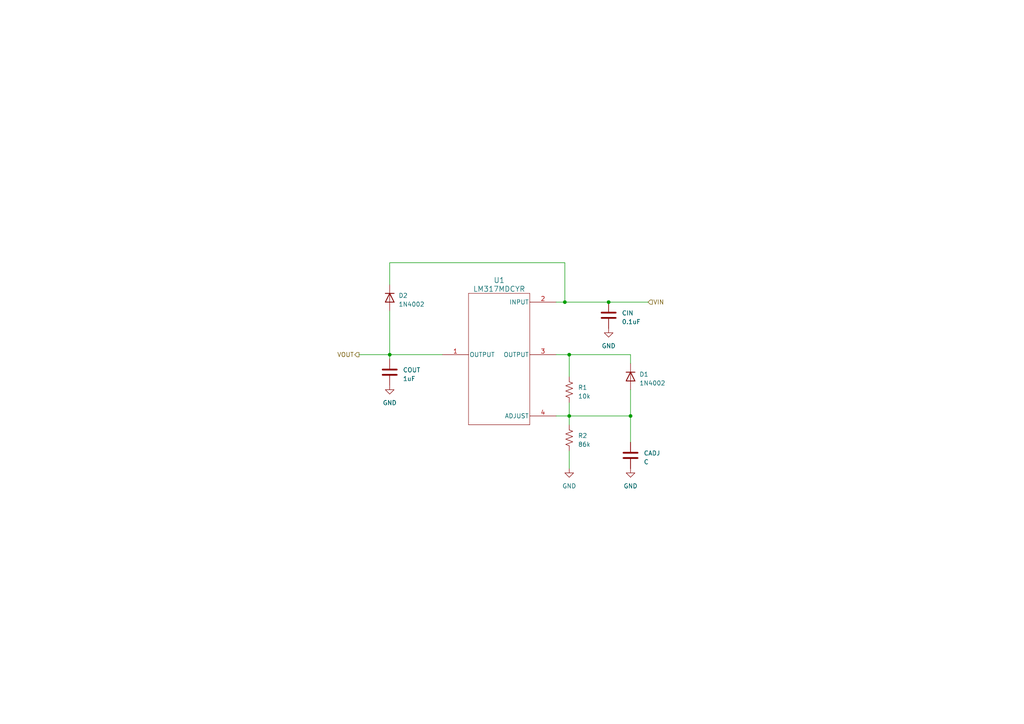
<source format=kicad_sch>
(kicad_sch (version 20230121) (generator eeschema)

  (uuid 37885a27-0530-49a3-9bbe-7c9919a563cc)

  (paper "A4")

  (title_block
    (title "ldo")
    (date "2023-11-07")
    (rev "v1")
    (company "Waterloo Rocketry")
  )

  (lib_symbols
    (symbol "Device:C" (pin_numbers hide) (pin_names (offset 0.254)) (in_bom yes) (on_board yes)
      (property "Reference" "C" (at 0.635 2.54 0)
        (effects (font (size 1.27 1.27)) (justify left))
      )
      (property "Value" "C" (at 0.635 -2.54 0)
        (effects (font (size 1.27 1.27)) (justify left))
      )
      (property "Footprint" "" (at 0.9652 -3.81 0)
        (effects (font (size 1.27 1.27)) hide)
      )
      (property "Datasheet" "~" (at 0 0 0)
        (effects (font (size 1.27 1.27)) hide)
      )
      (property "ki_keywords" "cap capacitor" (at 0 0 0)
        (effects (font (size 1.27 1.27)) hide)
      )
      (property "ki_description" "Unpolarized capacitor" (at 0 0 0)
        (effects (font (size 1.27 1.27)) hide)
      )
      (property "ki_fp_filters" "C_*" (at 0 0 0)
        (effects (font (size 1.27 1.27)) hide)
      )
      (symbol "C_0_1"
        (polyline
          (pts
            (xy -2.032 -0.762)
            (xy 2.032 -0.762)
          )
          (stroke (width 0.508) (type default))
          (fill (type none))
        )
        (polyline
          (pts
            (xy -2.032 0.762)
            (xy 2.032 0.762)
          )
          (stroke (width 0.508) (type default))
          (fill (type none))
        )
      )
      (symbol "C_1_1"
        (pin passive line (at 0 3.81 270) (length 2.794)
          (name "~" (effects (font (size 1.27 1.27))))
          (number "1" (effects (font (size 1.27 1.27))))
        )
        (pin passive line (at 0 -3.81 90) (length 2.794)
          (name "~" (effects (font (size 1.27 1.27))))
          (number "2" (effects (font (size 1.27 1.27))))
        )
      )
    )
    (symbol "Device:R_US" (pin_numbers hide) (pin_names (offset 0)) (in_bom yes) (on_board yes)
      (property "Reference" "R" (at 2.54 0 90)
        (effects (font (size 1.27 1.27)))
      )
      (property "Value" "R_US" (at -2.54 0 90)
        (effects (font (size 1.27 1.27)))
      )
      (property "Footprint" "" (at 1.016 -0.254 90)
        (effects (font (size 1.27 1.27)) hide)
      )
      (property "Datasheet" "~" (at 0 0 0)
        (effects (font (size 1.27 1.27)) hide)
      )
      (property "ki_keywords" "R res resistor" (at 0 0 0)
        (effects (font (size 1.27 1.27)) hide)
      )
      (property "ki_description" "Resistor, US symbol" (at 0 0 0)
        (effects (font (size 1.27 1.27)) hide)
      )
      (property "ki_fp_filters" "R_*" (at 0 0 0)
        (effects (font (size 1.27 1.27)) hide)
      )
      (symbol "R_US_0_1"
        (polyline
          (pts
            (xy 0 -2.286)
            (xy 0 -2.54)
          )
          (stroke (width 0) (type default))
          (fill (type none))
        )
        (polyline
          (pts
            (xy 0 2.286)
            (xy 0 2.54)
          )
          (stroke (width 0) (type default))
          (fill (type none))
        )
        (polyline
          (pts
            (xy 0 -0.762)
            (xy 1.016 -1.143)
            (xy 0 -1.524)
            (xy -1.016 -1.905)
            (xy 0 -2.286)
          )
          (stroke (width 0) (type default))
          (fill (type none))
        )
        (polyline
          (pts
            (xy 0 0.762)
            (xy 1.016 0.381)
            (xy 0 0)
            (xy -1.016 -0.381)
            (xy 0 -0.762)
          )
          (stroke (width 0) (type default))
          (fill (type none))
        )
        (polyline
          (pts
            (xy 0 2.286)
            (xy 1.016 1.905)
            (xy 0 1.524)
            (xy -1.016 1.143)
            (xy 0 0.762)
          )
          (stroke (width 0) (type default))
          (fill (type none))
        )
      )
      (symbol "R_US_1_1"
        (pin passive line (at 0 3.81 270) (length 1.27)
          (name "~" (effects (font (size 1.27 1.27))))
          (number "1" (effects (font (size 1.27 1.27))))
        )
        (pin passive line (at 0 -3.81 90) (length 1.27)
          (name "~" (effects (font (size 1.27 1.27))))
          (number "2" (effects (font (size 1.27 1.27))))
        )
      )
    )
    (symbol "Diode:1N4002" (pin_numbers hide) (pin_names hide) (in_bom yes) (on_board yes)
      (property "Reference" "D" (at 0 2.54 0)
        (effects (font (size 1.27 1.27)))
      )
      (property "Value" "1N4002" (at 0 -2.54 0)
        (effects (font (size 1.27 1.27)))
      )
      (property "Footprint" "Diode_THT:D_DO-41_SOD81_P10.16mm_Horizontal" (at 0 -4.445 0)
        (effects (font (size 1.27 1.27)) hide)
      )
      (property "Datasheet" "http://www.vishay.com/docs/88503/1n4001.pdf" (at 0 0 0)
        (effects (font (size 1.27 1.27)) hide)
      )
      (property "Sim.Device" "D" (at 0 0 0)
        (effects (font (size 1.27 1.27)) hide)
      )
      (property "Sim.Pins" "1=K 2=A" (at 0 0 0)
        (effects (font (size 1.27 1.27)) hide)
      )
      (property "ki_keywords" "diode" (at 0 0 0)
        (effects (font (size 1.27 1.27)) hide)
      )
      (property "ki_description" "100V 1A General Purpose Rectifier Diode, DO-41" (at 0 0 0)
        (effects (font (size 1.27 1.27)) hide)
      )
      (property "ki_fp_filters" "D*DO?41*" (at 0 0 0)
        (effects (font (size 1.27 1.27)) hide)
      )
      (symbol "1N4002_0_1"
        (polyline
          (pts
            (xy -1.27 1.27)
            (xy -1.27 -1.27)
          )
          (stroke (width 0.254) (type default))
          (fill (type none))
        )
        (polyline
          (pts
            (xy 1.27 0)
            (xy -1.27 0)
          )
          (stroke (width 0) (type default))
          (fill (type none))
        )
        (polyline
          (pts
            (xy 1.27 1.27)
            (xy 1.27 -1.27)
            (xy -1.27 0)
            (xy 1.27 1.27)
          )
          (stroke (width 0.254) (type default))
          (fill (type none))
        )
      )
      (symbol "1N4002_1_1"
        (pin passive line (at -3.81 0 0) (length 2.54)
          (name "K" (effects (font (size 1.27 1.27))))
          (number "1" (effects (font (size 1.27 1.27))))
        )
        (pin passive line (at 3.81 0 180) (length 2.54)
          (name "A" (effects (font (size 1.27 1.27))))
          (number "2" (effects (font (size 1.27 1.27))))
        )
      )
    )
    (symbol "LDO:LM317MDCYR" (pin_names (offset 0.254)) (in_bom yes) (on_board yes)
      (property "Reference" "U" (at 1.27 19.05 0)
        (effects (font (size 1.524 1.524)))
      )
      (property "Value" "LM317MDCYR" (at 1.27 16.51 0)
        (effects (font (size 1.524 1.524)))
      )
      (property "Footprint" "DCY4" (at 12.7 22.86 0)
        (effects (font (size 1.27 1.27) italic) hide)
      )
      (property "Datasheet" "LM317MDCYR" (at 12.7 25.4 0)
        (effects (font (size 1.27 1.27) italic) hide)
      )
      (property "ki_locked" "" (at 0 0 0)
        (effects (font (size 1.27 1.27)))
      )
      (property "ki_keywords" "LM317MDCYR" (at 0 0 0)
        (effects (font (size 1.27 1.27)) hide)
      )
      (property "ki_fp_filters" "DCY4" (at 0 0 0)
        (effects (font (size 1.27 1.27)) hide)
      )
      (symbol "LM317MDCYR_0_1"
        (polyline
          (pts
            (xy -7.62 -22.86)
            (xy 10.16 -22.86)
          )
          (stroke (width 0.127) (type default))
          (fill (type none))
        )
        (polyline
          (pts
            (xy -7.62 15.24)
            (xy -7.62 -22.86)
          )
          (stroke (width 0.127) (type default))
          (fill (type none))
        )
        (polyline
          (pts
            (xy 10.16 -22.86)
            (xy 10.16 15.24)
          )
          (stroke (width 0.127) (type default))
          (fill (type none))
        )
        (polyline
          (pts
            (xy 10.16 15.24)
            (xy -7.62 15.24)
          )
          (stroke (width 0.127) (type default))
          (fill (type none))
        )
        (pin output line (at -15.24 -2.54 0) (length 7.62)
          (name "OUTPUT" (effects (font (size 1.27 1.27))))
          (number "1" (effects (font (size 1.27 1.27))))
        )
        (pin input line (at 17.78 12.7 180) (length 7.62)
          (name "INPUT" (effects (font (size 1.27 1.27))))
          (number "2" (effects (font (size 1.27 1.27))))
        )
        (pin output line (at 17.78 -2.54 180) (length 7.62)
          (name "OUTPUT" (effects (font (size 1.27 1.27))))
          (number "3" (effects (font (size 1.27 1.27))))
        )
        (pin unspecified line (at 17.78 -20.32 180) (length 7.62)
          (name "ADJUST" (effects (font (size 1.27 1.27))))
          (number "4" (effects (font (size 1.27 1.27))))
        )
      )
    )
    (symbol "power:GND" (power) (pin_names (offset 0)) (in_bom yes) (on_board yes)
      (property "Reference" "#PWR" (at 0 -6.35 0)
        (effects (font (size 1.27 1.27)) hide)
      )
      (property "Value" "GND" (at 0 -3.81 0)
        (effects (font (size 1.27 1.27)))
      )
      (property "Footprint" "" (at 0 0 0)
        (effects (font (size 1.27 1.27)) hide)
      )
      (property "Datasheet" "" (at 0 0 0)
        (effects (font (size 1.27 1.27)) hide)
      )
      (property "ki_keywords" "global power" (at 0 0 0)
        (effects (font (size 1.27 1.27)) hide)
      )
      (property "ki_description" "Power symbol creates a global label with name \"GND\" , ground" (at 0 0 0)
        (effects (font (size 1.27 1.27)) hide)
      )
      (symbol "GND_0_1"
        (polyline
          (pts
            (xy 0 0)
            (xy 0 -1.27)
            (xy 1.27 -1.27)
            (xy 0 -2.54)
            (xy -1.27 -1.27)
            (xy 0 -1.27)
          )
          (stroke (width 0) (type default))
          (fill (type none))
        )
      )
      (symbol "GND_1_1"
        (pin power_in line (at 0 0 270) (length 0) hide
          (name "GND" (effects (font (size 1.27 1.27))))
          (number "1" (effects (font (size 1.27 1.27))))
        )
      )
    )
  )

  (junction (at 165.1 120.65) (diameter 0) (color 0 0 0 0)
    (uuid 194e5c1e-26a1-4b1f-99ac-d98c5e1b46d2)
  )
  (junction (at 163.83 87.63) (diameter 0) (color 0 0 0 0)
    (uuid 73725486-244d-4ff7-b543-5541739cf26a)
  )
  (junction (at 165.1 102.87) (diameter 0) (color 0 0 0 0)
    (uuid 86043a71-6a83-4a2d-a986-2a77d466a131)
  )
  (junction (at 113.03 102.87) (diameter 0) (color 0 0 0 0)
    (uuid a8330e2f-af22-4d13-b5f2-adbb7938c15f)
  )
  (junction (at 182.88 120.65) (diameter 0) (color 0 0 0 0)
    (uuid e9e63f5e-af39-4e6c-9c17-dba8dca4b426)
  )
  (junction (at 176.53 87.63) (diameter 0) (color 0 0 0 0)
    (uuid f39f941d-e4b6-40dc-8746-cf7320afc5d6)
  )

  (wire (pts (xy 182.88 105.41) (xy 182.88 102.87))
    (stroke (width 0) (type default))
    (uuid 028de59d-1cf0-4771-9fa0-f540f6e84bd0)
  )
  (wire (pts (xy 182.88 120.65) (xy 182.88 128.27))
    (stroke (width 0) (type default))
    (uuid 0b6769e5-1a9b-49a0-92fa-64338fd5e1e5)
  )
  (wire (pts (xy 161.29 120.65) (xy 165.1 120.65))
    (stroke (width 0) (type default))
    (uuid 0c3f4029-7455-4334-8fb4-8cfd6d846396)
  )
  (wire (pts (xy 113.03 82.55) (xy 113.03 76.2))
    (stroke (width 0) (type default))
    (uuid 1e44ec6a-e964-4f64-870c-3b146471104b)
  )
  (wire (pts (xy 163.83 76.2) (xy 163.83 87.63))
    (stroke (width 0) (type default))
    (uuid 33b9f962-a4cf-496b-93c0-c7ea2e1c6d0a)
  )
  (wire (pts (xy 161.29 87.63) (xy 163.83 87.63))
    (stroke (width 0) (type default))
    (uuid 41a759c5-9437-45b4-bb26-854203822128)
  )
  (wire (pts (xy 176.53 87.63) (xy 187.96 87.63))
    (stroke (width 0) (type default))
    (uuid 6dfce6e5-59bd-4656-a26d-c972f084abb2)
  )
  (wire (pts (xy 165.1 102.87) (xy 165.1 109.22))
    (stroke (width 0) (type default))
    (uuid 76f832b6-7d70-4597-bfa7-fc597729ee32)
  )
  (wire (pts (xy 113.03 102.87) (xy 113.03 104.14))
    (stroke (width 0) (type default))
    (uuid 846a68bb-87a8-4f84-8baa-7da9c06fcccd)
  )
  (wire (pts (xy 161.29 102.87) (xy 165.1 102.87))
    (stroke (width 0) (type default))
    (uuid 93bd5769-e547-4739-a11c-3f1c828e7c2c)
  )
  (wire (pts (xy 163.83 87.63) (xy 176.53 87.63))
    (stroke (width 0) (type default))
    (uuid 99c3998e-3f6f-4139-9e72-cb143ae90296)
  )
  (wire (pts (xy 113.03 76.2) (xy 163.83 76.2))
    (stroke (width 0) (type default))
    (uuid a5f11db3-eb9c-484d-9c5e-99027a15584b)
  )
  (wire (pts (xy 113.03 90.17) (xy 113.03 102.87))
    (stroke (width 0) (type default))
    (uuid bc86cf12-80d8-447b-bc69-3b93c4ba3605)
  )
  (wire (pts (xy 182.88 102.87) (xy 165.1 102.87))
    (stroke (width 0) (type default))
    (uuid c2e27ffa-7e75-4ee8-bcf3-1ae821dd1dc9)
  )
  (wire (pts (xy 165.1 120.65) (xy 182.88 120.65))
    (stroke (width 0) (type default))
    (uuid cb8cbef8-adb2-4bd6-913d-629197207071)
  )
  (wire (pts (xy 182.88 113.03) (xy 182.88 120.65))
    (stroke (width 0) (type default))
    (uuid d9e35ba1-86b7-494f-8444-5f4414f6955b)
  )
  (wire (pts (xy 128.27 102.87) (xy 113.03 102.87))
    (stroke (width 0) (type default))
    (uuid de1a3b26-2f5c-4a91-a4c0-fb9962476d40)
  )
  (wire (pts (xy 165.1 116.84) (xy 165.1 120.65))
    (stroke (width 0) (type default))
    (uuid ea2acc33-a76f-45a8-bd2d-b555a580cd0b)
  )
  (wire (pts (xy 165.1 130.81) (xy 165.1 135.89))
    (stroke (width 0) (type default))
    (uuid f6e4c4da-0014-4b22-bd65-5185badd329d)
  )
  (wire (pts (xy 165.1 120.65) (xy 165.1 123.19))
    (stroke (width 0) (type default))
    (uuid fe546822-623a-44a2-87d3-d670d9b07c6f)
  )
  (wire (pts (xy 104.14 102.87) (xy 113.03 102.87))
    (stroke (width 0) (type default))
    (uuid ff2a031a-9eb8-4c84-b8fe-8941be796930)
  )

  (hierarchical_label "VOUT" (shape output) (at 104.14 102.87 180) (fields_autoplaced)
    (effects (font (size 1.27 1.27)) (justify right))
    (uuid 1ef377ca-83e5-48b6-8ddc-d00ed6ac937c)
  )
  (hierarchical_label "VIN" (shape input) (at 187.96 87.63 0) (fields_autoplaced)
    (effects (font (size 1.27 1.27)) (justify left))
    (uuid 50030c06-e5bb-40c3-aea0-220ffadd5c5a)
  )

  (symbol (lib_id "Diode:1N4002") (at 113.03 86.36 270) (unit 1)
    (in_bom yes) (on_board yes) (dnp no) (fields_autoplaced)
    (uuid 0ca353b7-67e1-4f33-be19-1beee4a15128)
    (property "Reference" "D2" (at 115.57 85.725 90)
      (effects (font (size 1.27 1.27)) (justify left))
    )
    (property "Value" "1N4002" (at 115.57 88.265 90)
      (effects (font (size 1.27 1.27)) (justify left))
    )
    (property "Footprint" "Diode_THT:D_DO-41_SOD81_P10.16mm_Horizontal" (at 108.585 86.36 0)
      (effects (font (size 1.27 1.27)) hide)
    )
    (property "Datasheet" "http://www.vishay.com/docs/88503/1n4001.pdf" (at 113.03 86.36 0)
      (effects (font (size 1.27 1.27)) hide)
    )
    (property "Sim.Device" "D" (at 113.03 86.36 0)
      (effects (font (size 1.27 1.27)) hide)
    )
    (property "Sim.Pins" "1=K 2=A" (at 113.03 86.36 0)
      (effects (font (size 1.27 1.27)) hide)
    )
    (pin "1" (uuid 199f1192-b115-41f3-a90d-84dceab1b120))
    (pin "2" (uuid 0b3e2ccd-4b6d-4700-bb8b-3ea0954f083d))
    (instances
      (project "ldo_new"
        (path "/37885a27-0530-49a3-9bbe-7c9919a563cc"
          (reference "D2") (unit 1)
        )
      )
    )
  )

  (symbol (lib_id "Device:C") (at 113.03 107.95 0) (unit 1)
    (in_bom yes) (on_board yes) (dnp no) (fields_autoplaced)
    (uuid 0f60a88a-5d75-4562-baf8-e27860014ba8)
    (property "Reference" "COUT" (at 116.84 107.315 0)
      (effects (font (size 1.27 1.27)) (justify left))
    )
    (property "Value" "1uF" (at 116.84 109.855 0)
      (effects (font (size 1.27 1.27)) (justify left))
    )
    (property "Footprint" "" (at 113.9952 111.76 0)
      (effects (font (size 1.27 1.27)) hide)
    )
    (property "Datasheet" "~" (at 113.03 107.95 0)
      (effects (font (size 1.27 1.27)) hide)
    )
    (pin "1" (uuid 13c39944-2329-4407-b693-154a5be3c0ac))
    (pin "2" (uuid f7cc19b1-87ce-4a13-94e5-fb0adc2b3040))
    (instances
      (project "ldo_new"
        (path "/37885a27-0530-49a3-9bbe-7c9919a563cc"
          (reference "COUT") (unit 1)
        )
      )
    )
  )

  (symbol (lib_id "power:GND") (at 165.1 135.89 0) (unit 1)
    (in_bom yes) (on_board yes) (dnp no) (fields_autoplaced)
    (uuid 425c1c32-5be1-4f87-ab50-94b1850ad870)
    (property "Reference" "#PWR04" (at 165.1 142.24 0)
      (effects (font (size 1.27 1.27)) hide)
    )
    (property "Value" "GND" (at 165.1 140.97 0)
      (effects (font (size 1.27 1.27)))
    )
    (property "Footprint" "" (at 165.1 135.89 0)
      (effects (font (size 1.27 1.27)) hide)
    )
    (property "Datasheet" "" (at 165.1 135.89 0)
      (effects (font (size 1.27 1.27)) hide)
    )
    (pin "1" (uuid d38e495e-630a-4e7a-a34a-63877a5bf50c))
    (instances
      (project "ldo_new"
        (path "/37885a27-0530-49a3-9bbe-7c9919a563cc"
          (reference "#PWR04") (unit 1)
        )
      )
    )
  )

  (symbol (lib_id "Diode:1N4002") (at 182.88 109.22 270) (unit 1)
    (in_bom yes) (on_board yes) (dnp no) (fields_autoplaced)
    (uuid 46b7f90e-ef27-46c8-bf29-10d54bbf2c09)
    (property "Reference" "D1" (at 185.42 108.585 90)
      (effects (font (size 1.27 1.27)) (justify left))
    )
    (property "Value" "1N4002" (at 185.42 111.125 90)
      (effects (font (size 1.27 1.27)) (justify left))
    )
    (property "Footprint" "Diode_THT:D_DO-41_SOD81_P10.16mm_Horizontal" (at 178.435 109.22 0)
      (effects (font (size 1.27 1.27)) hide)
    )
    (property "Datasheet" "http://www.vishay.com/docs/88503/1n4001.pdf" (at 182.88 109.22 0)
      (effects (font (size 1.27 1.27)) hide)
    )
    (property "Sim.Device" "D" (at 182.88 109.22 0)
      (effects (font (size 1.27 1.27)) hide)
    )
    (property "Sim.Pins" "1=K 2=A" (at 182.88 109.22 0)
      (effects (font (size 1.27 1.27)) hide)
    )
    (pin "1" (uuid 6110eaee-8932-4cee-884f-612093f617ec))
    (pin "2" (uuid bd20a9b5-47aa-4e14-8ae1-6359d4a1b89b))
    (instances
      (project "ldo_new"
        (path "/37885a27-0530-49a3-9bbe-7c9919a563cc"
          (reference "D1") (unit 1)
        )
      )
    )
  )

  (symbol (lib_id "power:GND") (at 113.03 111.76 0) (unit 1)
    (in_bom yes) (on_board yes) (dnp no) (fields_autoplaced)
    (uuid 55ffcd28-8787-40e3-8b45-de93c789a9c9)
    (property "Reference" "#PWR01" (at 113.03 118.11 0)
      (effects (font (size 1.27 1.27)) hide)
    )
    (property "Value" "GND" (at 113.03 116.84 0)
      (effects (font (size 1.27 1.27)))
    )
    (property "Footprint" "" (at 113.03 111.76 0)
      (effects (font (size 1.27 1.27)) hide)
    )
    (property "Datasheet" "" (at 113.03 111.76 0)
      (effects (font (size 1.27 1.27)) hide)
    )
    (pin "1" (uuid 56010a03-58b5-40a2-9b38-90ed383fb895))
    (instances
      (project "ldo_new"
        (path "/37885a27-0530-49a3-9bbe-7c9919a563cc"
          (reference "#PWR01") (unit 1)
        )
      )
    )
  )

  (symbol (lib_id "Device:R_US") (at 165.1 113.03 0) (unit 1)
    (in_bom yes) (on_board yes) (dnp no) (fields_autoplaced)
    (uuid 57cc4cf0-77b6-409a-9523-2d32f4603a71)
    (property "Reference" "R1" (at 167.64 112.395 0)
      (effects (font (size 1.27 1.27)) (justify left))
    )
    (property "Value" "10k" (at 167.64 114.935 0)
      (effects (font (size 1.27 1.27)) (justify left))
    )
    (property "Footprint" "" (at 166.116 113.284 90)
      (effects (font (size 1.27 1.27)) hide)
    )
    (property "Datasheet" "~" (at 165.1 113.03 0)
      (effects (font (size 1.27 1.27)) hide)
    )
    (pin "1" (uuid d53d3364-f1e8-4a1e-9c9a-eae518e3efe8))
    (pin "2" (uuid 9031b412-1ce8-4bde-95d2-8cdf81297926))
    (instances
      (project "ldo_new"
        (path "/37885a27-0530-49a3-9bbe-7c9919a563cc"
          (reference "R1") (unit 1)
        )
      )
    )
  )

  (symbol (lib_id "power:GND") (at 182.88 135.89 0) (unit 1)
    (in_bom yes) (on_board yes) (dnp no) (fields_autoplaced)
    (uuid 71076032-c4d5-4fdb-a8ef-aa50a1f324e7)
    (property "Reference" "#PWR03" (at 182.88 142.24 0)
      (effects (font (size 1.27 1.27)) hide)
    )
    (property "Value" "GND" (at 182.88 140.97 0)
      (effects (font (size 1.27 1.27)))
    )
    (property "Footprint" "" (at 182.88 135.89 0)
      (effects (font (size 1.27 1.27)) hide)
    )
    (property "Datasheet" "" (at 182.88 135.89 0)
      (effects (font (size 1.27 1.27)) hide)
    )
    (pin "1" (uuid fa141414-e466-4f30-a9ee-a1f15db32f67))
    (instances
      (project "ldo_new"
        (path "/37885a27-0530-49a3-9bbe-7c9919a563cc"
          (reference "#PWR03") (unit 1)
        )
      )
    )
  )

  (symbol (lib_id "Device:C") (at 176.53 91.44 0) (unit 1)
    (in_bom yes) (on_board yes) (dnp no) (fields_autoplaced)
    (uuid 8708142f-1a6c-4ce5-9b58-af29ec6bc3ef)
    (property "Reference" "CIN" (at 180.34 90.805 0)
      (effects (font (size 1.27 1.27)) (justify left))
    )
    (property "Value" "0.1uF" (at 180.34 93.345 0)
      (effects (font (size 1.27 1.27)) (justify left))
    )
    (property "Footprint" "" (at 177.4952 95.25 0)
      (effects (font (size 1.27 1.27)) hide)
    )
    (property "Datasheet" "~" (at 176.53 91.44 0)
      (effects (font (size 1.27 1.27)) hide)
    )
    (pin "1" (uuid 2b559ef2-3594-407a-85db-81aa76433c71))
    (pin "2" (uuid 3c15fd6e-eef8-4d4f-8ea0-6c0f57d4546d))
    (instances
      (project "ldo_new"
        (path "/37885a27-0530-49a3-9bbe-7c9919a563cc"
          (reference "CIN") (unit 1)
        )
      )
    )
  )

  (symbol (lib_id "Device:R_US") (at 165.1 127 0) (unit 1)
    (in_bom yes) (on_board yes) (dnp no) (fields_autoplaced)
    (uuid 9007e3bc-f088-46c4-a7f7-5c42abf6cb7a)
    (property "Reference" "R2" (at 167.64 126.365 0)
      (effects (font (size 1.27 1.27)) (justify left))
    )
    (property "Value" "86k" (at 167.64 128.905 0)
      (effects (font (size 1.27 1.27)) (justify left))
    )
    (property "Footprint" "" (at 166.116 127.254 90)
      (effects (font (size 1.27 1.27)) hide)
    )
    (property "Datasheet" "~" (at 165.1 127 0)
      (effects (font (size 1.27 1.27)) hide)
    )
    (pin "1" (uuid 8ec92fd3-97f0-4abf-98be-9688effe8546))
    (pin "2" (uuid c71c9ebf-88b5-43bf-bf6d-8803f042f485))
    (instances
      (project "ldo_new"
        (path "/37885a27-0530-49a3-9bbe-7c9919a563cc"
          (reference "R2") (unit 1)
        )
      )
    )
  )

  (symbol (lib_id "power:GND") (at 176.53 95.25 0) (unit 1)
    (in_bom yes) (on_board yes) (dnp no) (fields_autoplaced)
    (uuid 99bb59e3-aa93-46fb-b9e6-e88bcb8fbfc0)
    (property "Reference" "#PWR02" (at 176.53 101.6 0)
      (effects (font (size 1.27 1.27)) hide)
    )
    (property "Value" "GND" (at 176.53 100.33 0)
      (effects (font (size 1.27 1.27)))
    )
    (property "Footprint" "" (at 176.53 95.25 0)
      (effects (font (size 1.27 1.27)) hide)
    )
    (property "Datasheet" "" (at 176.53 95.25 0)
      (effects (font (size 1.27 1.27)) hide)
    )
    (pin "1" (uuid da75c423-5530-407a-a7ed-ba4d21f9f527))
    (instances
      (project "ldo_new"
        (path "/37885a27-0530-49a3-9bbe-7c9919a563cc"
          (reference "#PWR02") (unit 1)
        )
      )
    )
  )

  (symbol (lib_id "LDO:LM317MDCYR") (at 143.51 100.33 0) (unit 1)
    (in_bom yes) (on_board yes) (dnp no) (fields_autoplaced)
    (uuid 9cee3a0b-686a-4f95-9174-3c08f152d3e5)
    (property "Reference" "U1" (at 144.78 81.28 0)
      (effects (font (size 1.524 1.524)))
    )
    (property "Value" "LM317MDCYR" (at 144.78 83.82 0)
      (effects (font (size 1.524 1.524)))
    )
    (property "Footprint" "DCY4" (at 156.21 77.47 0)
      (effects (font (size 1.27 1.27) italic) hide)
    )
    (property "Datasheet" "LM317MDCYR" (at 156.21 74.93 0)
      (effects (font (size 1.27 1.27) italic) hide)
    )
    (pin "1" (uuid 8ad97c52-9715-44c4-b6ed-20a4fef87179))
    (pin "2" (uuid 6b6370f6-b9d0-42cd-8fde-a25f197949af))
    (pin "3" (uuid 07135628-c41a-4605-a1c3-5fdd234fdd76))
    (pin "4" (uuid 9c5aa1ae-e7ce-44db-afe9-baaaef12529e))
    (instances
      (project "ldo_new"
        (path "/37885a27-0530-49a3-9bbe-7c9919a563cc"
          (reference "U1") (unit 1)
        )
      )
    )
  )

  (symbol (lib_id "Device:C") (at 182.88 132.08 0) (unit 1)
    (in_bom yes) (on_board yes) (dnp no) (fields_autoplaced)
    (uuid b4ea6c2b-69b9-4b01-8606-2e7058608390)
    (property "Reference" "CADJ" (at 186.69 131.445 0)
      (effects (font (size 1.27 1.27)) (justify left))
    )
    (property "Value" "C" (at 186.69 133.985 0)
      (effects (font (size 1.27 1.27)) (justify left))
    )
    (property "Footprint" "" (at 183.8452 135.89 0)
      (effects (font (size 1.27 1.27)) hide)
    )
    (property "Datasheet" "~" (at 182.88 132.08 0)
      (effects (font (size 1.27 1.27)) hide)
    )
    (pin "1" (uuid a275a363-547d-4e75-a303-4326ec176b38))
    (pin "2" (uuid e780bcca-efee-4e5f-bd98-bae5f2ef1d78))
    (instances
      (project "ldo_new"
        (path "/37885a27-0530-49a3-9bbe-7c9919a563cc"
          (reference "CADJ") (unit 1)
        )
      )
    )
  )

  (sheet_instances
    (path "/" (page "1"))
  )
)

</source>
